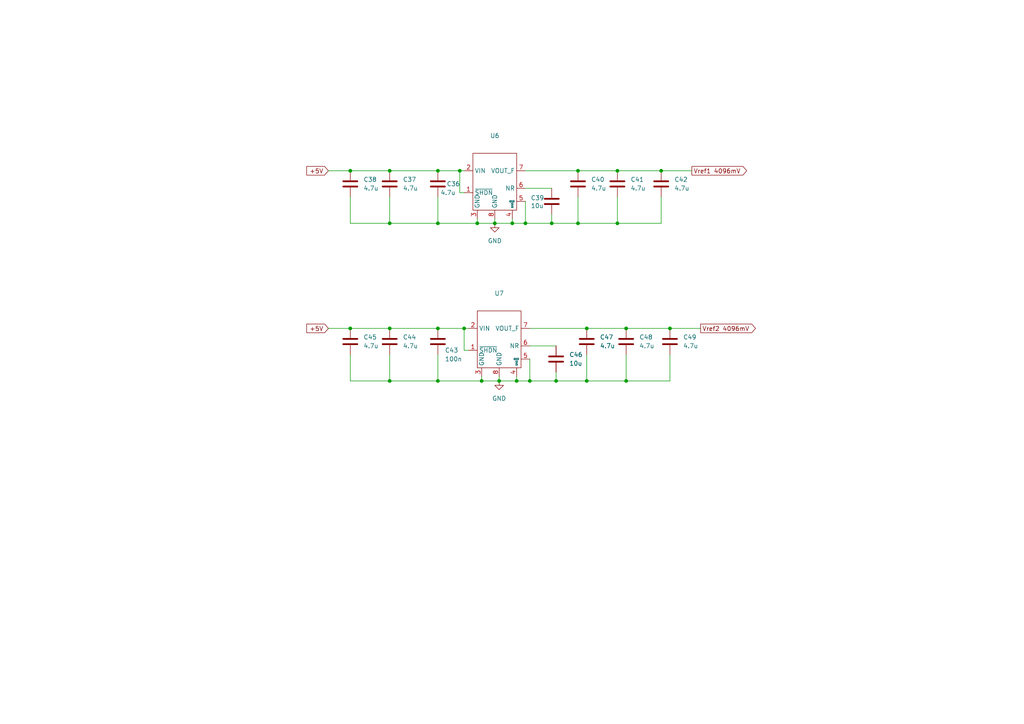
<source format=kicad_sch>
(kicad_sch
	(version 20250114)
	(generator "eeschema")
	(generator_version "9.0")
	(uuid "f896a23c-258f-4117-a7c3-277404e34939")
	(paper "A4")
	(lib_symbols
		(symbol "Device:C"
			(pin_numbers
				(hide yes)
			)
			(pin_names
				(offset 0.254)
			)
			(exclude_from_sim no)
			(in_bom yes)
			(on_board yes)
			(property "Reference" "C"
				(at 0.635 2.54 0)
				(effects
					(font
						(size 1.27 1.27)
					)
					(justify left)
				)
			)
			(property "Value" "C"
				(at 0.635 -2.54 0)
				(effects
					(font
						(size 1.27 1.27)
					)
					(justify left)
				)
			)
			(property "Footprint" ""
				(at 0.9652 -3.81 0)
				(effects
					(font
						(size 1.27 1.27)
					)
					(hide yes)
				)
			)
			(property "Datasheet" "~"
				(at 0 0 0)
				(effects
					(font
						(size 1.27 1.27)
					)
					(hide yes)
				)
			)
			(property "Description" "Unpolarized capacitor"
				(at 0 0 0)
				(effects
					(font
						(size 1.27 1.27)
					)
					(hide yes)
				)
			)
			(property "ki_keywords" "cap capacitor"
				(at 0 0 0)
				(effects
					(font
						(size 1.27 1.27)
					)
					(hide yes)
				)
			)
			(property "ki_fp_filters" "C_*"
				(at 0 0 0)
				(effects
					(font
						(size 1.27 1.27)
					)
					(hide yes)
				)
			)
			(symbol "C_0_1"
				(polyline
					(pts
						(xy -2.032 0.762) (xy 2.032 0.762)
					)
					(stroke
						(width 0.508)
						(type default)
					)
					(fill
						(type none)
					)
				)
				(polyline
					(pts
						(xy -2.032 -0.762) (xy 2.032 -0.762)
					)
					(stroke
						(width 0.508)
						(type default)
					)
					(fill
						(type none)
					)
				)
			)
			(symbol "C_1_1"
				(pin passive line
					(at 0 3.81 270)
					(length 2.794)
					(name "~"
						(effects
							(font
								(size 1.27 1.27)
							)
						)
					)
					(number "1"
						(effects
							(font
								(size 1.27 1.27)
							)
						)
					)
				)
				(pin passive line
					(at 0 -3.81 90)
					(length 2.794)
					(name "~"
						(effects
							(font
								(size 1.27 1.27)
							)
						)
					)
					(number "2"
						(effects
							(font
								(size 1.27 1.27)
							)
						)
					)
				)
			)
			(embedded_fonts no)
		)
		(symbol "LTC6655LNBHMS8-4096-01new01:LTC6655LNBHMS8-4096"
			(exclude_from_sim no)
			(in_bom yes)
			(on_board yes)
			(property "Reference" "U6"
				(at -12.7 10.16 0)
				(effects
					(font
						(size 1.27 1.27)
					)
				)
			)
			(property "Value" ""
				(at 0.635 3.175 0)
				(effects
					(font
						(size 1.27 1.27)
					)
				)
			)
			(property "Footprint" ""
				(at 0.635 3.175 0)
				(effects
					(font
						(size 1.27 1.27)
					)
					(hide yes)
				)
			)
			(property "Datasheet" ""
				(at 0.635 3.175 0)
				(effects
					(font
						(size 1.27 1.27)
					)
					(hide yes)
				)
			)
			(property "Description" ""
				(at 0.635 3.175 0)
				(effects
					(font
						(size 1.27 1.27)
					)
					(hide yes)
				)
			)
			(symbol "LTC6655LNBHMS8-4096_0_1"
				(rectangle
					(start -19.05 7.62)
					(end -6.35 -8.89)
					(stroke
						(width 0)
						(type default)
					)
					(fill
						(type none)
					)
				)
			)
			(symbol "LTC6655LNBHMS8-4096_1_1"
				(pin input line
					(at -21.59 2.54 0)
					(length 2.54)
					(name "VIN"
						(effects
							(font
								(size 1.27 1.27)
							)
						)
					)
					(number "2"
						(effects
							(font
								(size 1.27 1.27)
							)
						)
					)
				)
				(pin input line
					(at -21.59 -3.81 0)
					(length 2.54)
					(name "~{SHDN}"
						(effects
							(font
								(size 1.27 1.27)
							)
						)
					)
					(number "1"
						(effects
							(font
								(size 1.27 1.27)
							)
						)
					)
				)
				(pin passive line
					(at -17.78 -11.43 90)
					(length 2.54)
					(name "GND"
						(effects
							(font
								(size 1.27 1.27)
							)
						)
					)
					(number "3"
						(effects
							(font
								(size 1.27 1.27)
							)
						)
					)
				)
				(pin passive line
					(at -12.7 -11.43 90)
					(length 2.54)
					(name "GND"
						(effects
							(font
								(size 1.27 1.27)
							)
						)
					)
					(number "8"
						(effects
							(font
								(size 1.27 1.27)
							)
						)
					)
				)
				(pin passive line
					(at -7.62 -11.43 90)
					(length 2.54)
					(name "GND"
						(effects
							(font
								(size 0.508 0.508)
							)
						)
					)
					(number "4"
						(effects
							(font
								(size 1.27 1.27)
							)
						)
					)
				)
				(pin output line
					(at -3.81 2.54 180)
					(length 2.54)
					(name "VOUT_F"
						(effects
							(font
								(size 1.27 1.27)
							)
						)
					)
					(number "7"
						(effects
							(font
								(size 1.27 1.27)
							)
						)
					)
				)
				(pin output line
					(at -3.81 -2.54 180)
					(length 2.54)
					(name "NR"
						(effects
							(font
								(size 1.27 1.27)
							)
						)
					)
					(number "6"
						(effects
							(font
								(size 1.27 1.27)
							)
						)
					)
				)
				(pin passive line
					(at -3.81 -6.35 180)
					(length 2.54)
					(name "GND"
						(effects
							(font
								(size 0.508 0.508)
							)
						)
					)
					(number "5"
						(effects
							(font
								(size 1.27 1.27)
							)
						)
					)
				)
			)
			(embedded_fonts no)
		)
		(symbol "power:GND"
			(power)
			(pin_numbers
				(hide yes)
			)
			(pin_names
				(offset 0)
				(hide yes)
			)
			(exclude_from_sim no)
			(in_bom yes)
			(on_board yes)
			(property "Reference" "#PWR"
				(at 0 -6.35 0)
				(effects
					(font
						(size 1.27 1.27)
					)
					(hide yes)
				)
			)
			(property "Value" "GND"
				(at 0 -3.81 0)
				(effects
					(font
						(size 1.27 1.27)
					)
				)
			)
			(property "Footprint" ""
				(at 0 0 0)
				(effects
					(font
						(size 1.27 1.27)
					)
					(hide yes)
				)
			)
			(property "Datasheet" ""
				(at 0 0 0)
				(effects
					(font
						(size 1.27 1.27)
					)
					(hide yes)
				)
			)
			(property "Description" "Power symbol creates a global label with name \"GND\" , ground"
				(at 0 0 0)
				(effects
					(font
						(size 1.27 1.27)
					)
					(hide yes)
				)
			)
			(property "ki_keywords" "global power"
				(at 0 0 0)
				(effects
					(font
						(size 1.27 1.27)
					)
					(hide yes)
				)
			)
			(symbol "GND_0_1"
				(polyline
					(pts
						(xy 0 0) (xy 0 -1.27) (xy 1.27 -1.27) (xy 0 -2.54) (xy -1.27 -1.27) (xy 0 -1.27)
					)
					(stroke
						(width 0)
						(type default)
					)
					(fill
						(type none)
					)
				)
			)
			(symbol "GND_1_1"
				(pin power_in line
					(at 0 0 270)
					(length 0)
					(name "~"
						(effects
							(font
								(size 1.27 1.27)
							)
						)
					)
					(number "1"
						(effects
							(font
								(size 1.27 1.27)
							)
						)
					)
				)
			)
			(embedded_fonts no)
		)
	)
	(junction
		(at 101.6 49.53)
		(diameter 0)
		(color 0 0 0 0)
		(uuid "08888c65-9564-452b-8c41-2f4cba8459ce")
	)
	(junction
		(at 133.35 49.53)
		(diameter 0)
		(color 0 0 0 0)
		(uuid "11030ef0-661b-4cd3-91ef-eed650caeb9f")
	)
	(junction
		(at 143.51 64.77)
		(diameter 0)
		(color 0 0 0 0)
		(uuid "111e0376-b52b-4c8d-a93d-d3a943739502")
	)
	(junction
		(at 149.86 110.49)
		(diameter 0)
		(color 0 0 0 0)
		(uuid "1b1365f1-fb0a-4108-99c9-86260f1488f0")
	)
	(junction
		(at 113.03 64.77)
		(diameter 0)
		(color 0 0 0 0)
		(uuid "2d2c815b-29b4-40a4-a582-d53b427fc0d4")
	)
	(junction
		(at 181.61 95.25)
		(diameter 0)
		(color 0 0 0 0)
		(uuid "3620e445-cadd-48b8-8355-358d4a8fa50f")
	)
	(junction
		(at 179.07 64.77)
		(diameter 0)
		(color 0 0 0 0)
		(uuid "41d84434-8143-43f0-baa2-cce1c0c00d68")
	)
	(junction
		(at 194.31 95.25)
		(diameter 0)
		(color 0 0 0 0)
		(uuid "4635b3be-74b7-4046-8890-4273d240071e")
	)
	(junction
		(at 191.77 49.53)
		(diameter 0)
		(color 0 0 0 0)
		(uuid "487f564d-e26a-4b6a-87f9-173dabda917d")
	)
	(junction
		(at 139.7 110.49)
		(diameter 0)
		(color 0 0 0 0)
		(uuid "49216d1e-ec90-49a3-afad-04c47ffad3b6")
	)
	(junction
		(at 181.61 110.49)
		(diameter 0)
		(color 0 0 0 0)
		(uuid "4c56c88b-db84-4050-ba01-0b41305dd914")
	)
	(junction
		(at 113.03 95.25)
		(diameter 0)
		(color 0 0 0 0)
		(uuid "5167d44a-cb99-4e1f-8c3c-17b0558b9a74")
	)
	(junction
		(at 148.59 64.77)
		(diameter 0)
		(color 0 0 0 0)
		(uuid "61e8c4be-18bd-4205-88b6-f03fbc9ffa64")
	)
	(junction
		(at 127 64.77)
		(diameter 0)
		(color 0 0 0 0)
		(uuid "64bf5cb4-a78a-4752-b581-11aa0b508091")
	)
	(junction
		(at 170.18 95.25)
		(diameter 0)
		(color 0 0 0 0)
		(uuid "6b662b5e-8754-49ac-8b7e-e7e6b715c4a2")
	)
	(junction
		(at 179.07 49.53)
		(diameter 0)
		(color 0 0 0 0)
		(uuid "71db6a48-6cfa-4ed2-9e84-955bbee20e72")
	)
	(junction
		(at 152.4 64.77)
		(diameter 0)
		(color 0 0 0 0)
		(uuid "8154caaa-ed3e-4606-a3ce-3b38f59c8185")
	)
	(junction
		(at 101.6 95.25)
		(diameter 0)
		(color 0 0 0 0)
		(uuid "8a93c1ec-8b59-47a2-8b3f-736ec9b03085")
	)
	(junction
		(at 153.67 110.49)
		(diameter 0)
		(color 0 0 0 0)
		(uuid "924a38e7-2568-4ac4-bfd4-9f7322c2ddd0")
	)
	(junction
		(at 167.64 64.77)
		(diameter 0)
		(color 0 0 0 0)
		(uuid "a028f159-0c00-41e7-ad8d-01e3819693ab")
	)
	(junction
		(at 127 110.49)
		(diameter 0)
		(color 0 0 0 0)
		(uuid "a3cf2398-581f-441c-835f-4e0f62100719")
	)
	(junction
		(at 167.64 49.53)
		(diameter 0)
		(color 0 0 0 0)
		(uuid "b21a6bb3-9099-47bf-8ad1-ca4c9987f96b")
	)
	(junction
		(at 134.62 95.25)
		(diameter 0)
		(color 0 0 0 0)
		(uuid "ba8136c0-cb29-4919-9a30-6d231f72b2cf")
	)
	(junction
		(at 113.03 110.49)
		(diameter 0)
		(color 0 0 0 0)
		(uuid "c55ac2b3-c25f-4781-a0e1-649d3186f0c0")
	)
	(junction
		(at 170.18 110.49)
		(diameter 0)
		(color 0 0 0 0)
		(uuid "d7303f05-ec62-49cd-980e-b7c2b1f79466")
	)
	(junction
		(at 161.29 110.49)
		(diameter 0)
		(color 0 0 0 0)
		(uuid "da625476-845d-41a0-8c6a-aa5244db1d3f")
	)
	(junction
		(at 127 49.53)
		(diameter 0)
		(color 0 0 0 0)
		(uuid "db26fa56-c139-4602-b38a-d101beed22a1")
	)
	(junction
		(at 127 95.25)
		(diameter 0)
		(color 0 0 0 0)
		(uuid "e07e1af7-58b6-44a0-a905-5c959aac6eea")
	)
	(junction
		(at 160.02 64.77)
		(diameter 0)
		(color 0 0 0 0)
		(uuid "ec0ad577-dbc4-4582-b30d-dabb39503181")
	)
	(junction
		(at 144.78 110.49)
		(diameter 0)
		(color 0 0 0 0)
		(uuid "f39efde2-bf4a-4a08-b452-166041c967e7")
	)
	(junction
		(at 138.43 64.77)
		(diameter 0)
		(color 0 0 0 0)
		(uuid "f4ac30c8-fc15-43cd-90d1-f46cac3d0125")
	)
	(junction
		(at 113.03 49.53)
		(diameter 0)
		(color 0 0 0 0)
		(uuid "fb99dea0-4492-4f4c-8b66-138155a9e67f")
	)
	(wire
		(pts
			(xy 191.77 57.15) (xy 191.77 64.77)
		)
		(stroke
			(width 0)
			(type default)
		)
		(uuid "00d900a0-1b8a-490f-9122-194b2683bf11")
	)
	(wire
		(pts
			(xy 113.03 57.15) (xy 113.03 64.77)
		)
		(stroke
			(width 0)
			(type default)
		)
		(uuid "01d6faf4-e999-4703-aa1b-07756fea2f34")
	)
	(wire
		(pts
			(xy 101.6 64.77) (xy 113.03 64.77)
		)
		(stroke
			(width 0)
			(type default)
		)
		(uuid "043c3765-0019-44d4-a26a-6af348cd2bd2")
	)
	(wire
		(pts
			(xy 194.31 95.25) (xy 203.2 95.25)
		)
		(stroke
			(width 0)
			(type default)
		)
		(uuid "05ab4552-221f-4d40-b65f-2bd2a5d848ed")
	)
	(wire
		(pts
			(xy 101.6 102.87) (xy 101.6 110.49)
		)
		(stroke
			(width 0)
			(type default)
		)
		(uuid "0b8ecadc-30d9-46bb-9896-1f8e1b1872c9")
	)
	(wire
		(pts
			(xy 179.07 57.15) (xy 179.07 64.77)
		)
		(stroke
			(width 0)
			(type default)
		)
		(uuid "0ce38178-f368-42a2-b5c7-f5fbae2a8295")
	)
	(wire
		(pts
			(xy 127 95.25) (xy 134.62 95.25)
		)
		(stroke
			(width 0)
			(type default)
		)
		(uuid "16d2a834-4def-4333-9d82-08872687da30")
	)
	(wire
		(pts
			(xy 167.64 64.77) (xy 179.07 64.77)
		)
		(stroke
			(width 0)
			(type default)
		)
		(uuid "1b821150-1104-4384-bdd4-33d8d0b27908")
	)
	(wire
		(pts
			(xy 144.78 109.22) (xy 144.78 110.49)
		)
		(stroke
			(width 0)
			(type default)
		)
		(uuid "1bff4619-04dc-4800-97fa-6bfb32c3646d")
	)
	(wire
		(pts
			(xy 135.89 101.6) (xy 134.62 101.6)
		)
		(stroke
			(width 0)
			(type default)
		)
		(uuid "22e27244-9171-4ea7-86c7-2ca03f3ce353")
	)
	(wire
		(pts
			(xy 95.25 95.25) (xy 101.6 95.25)
		)
		(stroke
			(width 0)
			(type default)
		)
		(uuid "2499536b-5ead-4f50-b1c9-640d7bb2ed9f")
	)
	(wire
		(pts
			(xy 113.03 49.53) (xy 127 49.53)
		)
		(stroke
			(width 0)
			(type default)
		)
		(uuid "2634d840-23e3-4f18-b246-4f972aaf699f")
	)
	(wire
		(pts
			(xy 153.67 100.33) (xy 161.29 100.33)
		)
		(stroke
			(width 0)
			(type default)
		)
		(uuid "2c9071c6-1108-4770-bbac-984fa168683a")
	)
	(wire
		(pts
			(xy 101.6 95.25) (xy 113.03 95.25)
		)
		(stroke
			(width 0)
			(type default)
		)
		(uuid "325fdcb8-916c-4818-b462-0b1533f6d35a")
	)
	(wire
		(pts
			(xy 161.29 110.49) (xy 170.18 110.49)
		)
		(stroke
			(width 0)
			(type default)
		)
		(uuid "3ce042b6-f820-42df-a213-e26245842ee3")
	)
	(wire
		(pts
			(xy 138.43 63.5) (xy 138.43 64.77)
		)
		(stroke
			(width 0)
			(type default)
		)
		(uuid "3f962b1f-610f-49d2-b4f4-e1946c086883")
	)
	(wire
		(pts
			(xy 153.67 104.14) (xy 153.67 110.49)
		)
		(stroke
			(width 0)
			(type default)
		)
		(uuid "3facc26a-5ea1-4081-8ede-f4d03a5a738d")
	)
	(wire
		(pts
			(xy 134.62 55.88) (xy 133.35 55.88)
		)
		(stroke
			(width 0)
			(type default)
		)
		(uuid "497fb4e4-5887-449a-8739-936840fda880")
	)
	(wire
		(pts
			(xy 127 57.15) (xy 127 64.77)
		)
		(stroke
			(width 0)
			(type default)
		)
		(uuid "498cad81-cf58-4353-b275-7876fb0ba077")
	)
	(wire
		(pts
			(xy 160.02 64.77) (xy 167.64 64.77)
		)
		(stroke
			(width 0)
			(type default)
		)
		(uuid "4ef7f2a0-add9-4ff6-94c8-b237ba97c84e")
	)
	(wire
		(pts
			(xy 181.61 95.25) (xy 194.31 95.25)
		)
		(stroke
			(width 0)
			(type default)
		)
		(uuid "5678f307-423e-43bd-9a11-1d902801eec7")
	)
	(wire
		(pts
			(xy 101.6 57.15) (xy 101.6 64.77)
		)
		(stroke
			(width 0)
			(type default)
		)
		(uuid "582e3f5e-adc8-4fb3-933b-c338512bcf8b")
	)
	(wire
		(pts
			(xy 134.62 95.25) (xy 135.89 95.25)
		)
		(stroke
			(width 0)
			(type default)
		)
		(uuid "62d099b2-8bdd-427a-908e-03df08e9e827")
	)
	(wire
		(pts
			(xy 160.02 62.23) (xy 160.02 64.77)
		)
		(stroke
			(width 0)
			(type default)
		)
		(uuid "63982733-5576-4544-b831-c74d07b7cc3b")
	)
	(wire
		(pts
			(xy 148.59 64.77) (xy 143.51 64.77)
		)
		(stroke
			(width 0)
			(type default)
		)
		(uuid "66468ff0-cc63-4b88-ad9c-1011b5b8dbc6")
	)
	(wire
		(pts
			(xy 143.51 63.5) (xy 143.51 64.77)
		)
		(stroke
			(width 0)
			(type default)
		)
		(uuid "67acf1e1-103a-48bc-af8f-fde489e62cb0")
	)
	(wire
		(pts
			(xy 167.64 49.53) (xy 179.07 49.53)
		)
		(stroke
			(width 0)
			(type default)
		)
		(uuid "6d0450b3-9a12-4121-959f-b42dbb189789")
	)
	(wire
		(pts
			(xy 167.64 57.15) (xy 167.64 64.77)
		)
		(stroke
			(width 0)
			(type default)
		)
		(uuid "6f91b49f-a961-47d1-8c1e-76eb0ecc6de7")
	)
	(wire
		(pts
			(xy 133.35 49.53) (xy 134.62 49.53)
		)
		(stroke
			(width 0)
			(type default)
		)
		(uuid "705696d4-453c-4ccb-b443-8971feaa2113")
	)
	(wire
		(pts
			(xy 152.4 49.53) (xy 167.64 49.53)
		)
		(stroke
			(width 0)
			(type default)
		)
		(uuid "772e0f21-fd40-4314-9c99-d9b3b25b6f88")
	)
	(wire
		(pts
			(xy 127 102.87) (xy 127 110.49)
		)
		(stroke
			(width 0)
			(type default)
		)
		(uuid "7887f0a9-4772-4b29-abc9-e922adc57fc2")
	)
	(wire
		(pts
			(xy 170.18 110.49) (xy 181.61 110.49)
		)
		(stroke
			(width 0)
			(type default)
		)
		(uuid "7f609dbc-7d15-44f8-91da-1d9f5470cff0")
	)
	(wire
		(pts
			(xy 139.7 110.49) (xy 144.78 110.49)
		)
		(stroke
			(width 0)
			(type default)
		)
		(uuid "8219ffcc-d989-4586-9d66-e04f680719b8")
	)
	(wire
		(pts
			(xy 191.77 49.53) (xy 200.66 49.53)
		)
		(stroke
			(width 0)
			(type default)
		)
		(uuid "8c393c17-586c-417a-b0c4-aa34c14f4f41")
	)
	(wire
		(pts
			(xy 139.7 109.22) (xy 139.7 110.49)
		)
		(stroke
			(width 0)
			(type default)
		)
		(uuid "8d8018b0-29b0-4ea7-bf48-7a956550ed69")
	)
	(wire
		(pts
			(xy 95.25 49.53) (xy 101.6 49.53)
		)
		(stroke
			(width 0)
			(type default)
		)
		(uuid "8f7bce08-f377-4391-9e44-d25a1897c13b")
	)
	(wire
		(pts
			(xy 113.03 110.49) (xy 127 110.49)
		)
		(stroke
			(width 0)
			(type default)
		)
		(uuid "93431ca2-8f2a-4b63-b4f5-ff9337510469")
	)
	(wire
		(pts
			(xy 152.4 64.77) (xy 160.02 64.77)
		)
		(stroke
			(width 0)
			(type default)
		)
		(uuid "97ff13d7-d9f8-452e-8d43-b083eb46da47")
	)
	(wire
		(pts
			(xy 113.03 102.87) (xy 113.03 110.49)
		)
		(stroke
			(width 0)
			(type default)
		)
		(uuid "a14ffb4a-64e5-4088-a273-5f000a99e87f")
	)
	(wire
		(pts
			(xy 127 49.53) (xy 133.35 49.53)
		)
		(stroke
			(width 0)
			(type default)
		)
		(uuid "a1739a52-6add-4a1b-8fa3-3022ae2522fb")
	)
	(wire
		(pts
			(xy 153.67 95.25) (xy 170.18 95.25)
		)
		(stroke
			(width 0)
			(type default)
		)
		(uuid "a678be16-4103-499b-adbc-042a2ae5286f")
	)
	(wire
		(pts
			(xy 148.59 63.5) (xy 148.59 64.77)
		)
		(stroke
			(width 0)
			(type default)
		)
		(uuid "ab4af062-8c66-4f31-b963-64d2a7ab4ed5")
	)
	(wire
		(pts
			(xy 170.18 102.87) (xy 170.18 110.49)
		)
		(stroke
			(width 0)
			(type default)
		)
		(uuid "acf25d89-0641-4f88-ac45-e713db6bb6a9")
	)
	(wire
		(pts
			(xy 148.59 64.77) (xy 152.4 64.77)
		)
		(stroke
			(width 0)
			(type default)
		)
		(uuid "afb34d7d-7d6d-46c8-a751-ed7b94242c59")
	)
	(wire
		(pts
			(xy 152.4 58.42) (xy 152.4 64.77)
		)
		(stroke
			(width 0)
			(type default)
		)
		(uuid "b056f390-0f0c-4f3a-83e0-c1ca75ee870d")
	)
	(wire
		(pts
			(xy 144.78 110.49) (xy 149.86 110.49)
		)
		(stroke
			(width 0)
			(type default)
		)
		(uuid "b1970cac-0d48-4ff3-b2b9-6b1d065e7a21")
	)
	(wire
		(pts
			(xy 101.6 110.49) (xy 113.03 110.49)
		)
		(stroke
			(width 0)
			(type default)
		)
		(uuid "bac1a8f5-86c5-4a60-a48a-bfa1ab478f8b")
	)
	(wire
		(pts
			(xy 179.07 64.77) (xy 191.77 64.77)
		)
		(stroke
			(width 0)
			(type default)
		)
		(uuid "be58f5b8-3e9b-4da8-92eb-dc76d3b0858f")
	)
	(wire
		(pts
			(xy 153.67 110.49) (xy 161.29 110.49)
		)
		(stroke
			(width 0)
			(type default)
		)
		(uuid "bf5d168d-340f-44e4-8fa7-c79241025a8d")
	)
	(wire
		(pts
			(xy 133.35 49.53) (xy 133.35 55.88)
		)
		(stroke
			(width 0)
			(type default)
		)
		(uuid "c2240b89-4195-4b80-9f3a-4a564e7ef3c0")
	)
	(wire
		(pts
			(xy 101.6 49.53) (xy 113.03 49.53)
		)
		(stroke
			(width 0)
			(type default)
		)
		(uuid "c3350453-43b5-49b0-a1b8-b9d4e38fb97a")
	)
	(wire
		(pts
			(xy 170.18 95.25) (xy 181.61 95.25)
		)
		(stroke
			(width 0)
			(type default)
		)
		(uuid "c6be1fc6-36aa-4bfb-9b77-6ba0daeb6041")
	)
	(wire
		(pts
			(xy 194.31 102.87) (xy 194.31 110.49)
		)
		(stroke
			(width 0)
			(type default)
		)
		(uuid "ca4d57ae-4365-4c5f-b3ae-aaf05a763fb4")
	)
	(wire
		(pts
			(xy 127 64.77) (xy 138.43 64.77)
		)
		(stroke
			(width 0)
			(type default)
		)
		(uuid "ca505f16-f461-4965-a957-4988b1f865d1")
	)
	(wire
		(pts
			(xy 161.29 107.95) (xy 161.29 110.49)
		)
		(stroke
			(width 0)
			(type default)
		)
		(uuid "cdd408bc-905c-42b6-8a64-01a582b91025")
	)
	(wire
		(pts
			(xy 113.03 64.77) (xy 127 64.77)
		)
		(stroke
			(width 0)
			(type default)
		)
		(uuid "d3a21c8b-5f56-4d9f-ad27-8fcdf34f7334")
	)
	(wire
		(pts
			(xy 152.4 54.61) (xy 160.02 54.61)
		)
		(stroke
			(width 0)
			(type default)
		)
		(uuid "d59ac9f1-8b93-487b-a3a8-126c2be4cc35")
	)
	(wire
		(pts
			(xy 127 110.49) (xy 139.7 110.49)
		)
		(stroke
			(width 0)
			(type default)
		)
		(uuid "d731cd78-4972-4f44-8ada-36a3525d35cf")
	)
	(wire
		(pts
			(xy 138.43 64.77) (xy 143.51 64.77)
		)
		(stroke
			(width 0)
			(type default)
		)
		(uuid "dccc6810-f1d0-4162-beda-ff081c0d52d0")
	)
	(wire
		(pts
			(xy 181.61 110.49) (xy 194.31 110.49)
		)
		(stroke
			(width 0)
			(type default)
		)
		(uuid "e3bea297-a7c2-48f5-aaf6-340fccd873e7")
	)
	(wire
		(pts
			(xy 113.03 95.25) (xy 127 95.25)
		)
		(stroke
			(width 0)
			(type default)
		)
		(uuid "e9bb3550-8b0b-4850-912a-9abf49b0e5d6")
	)
	(wire
		(pts
			(xy 149.86 109.22) (xy 149.86 110.49)
		)
		(stroke
			(width 0)
			(type default)
		)
		(uuid "eed564b1-4987-440e-97ad-0a60f27874ac")
	)
	(wire
		(pts
			(xy 149.86 110.49) (xy 153.67 110.49)
		)
		(stroke
			(width 0)
			(type default)
		)
		(uuid "f2cc1b93-eb23-46ba-bdb9-690057453c4b")
	)
	(wire
		(pts
			(xy 179.07 49.53) (xy 191.77 49.53)
		)
		(stroke
			(width 0)
			(type default)
		)
		(uuid "f6c01b9d-4c07-449d-8db2-2e569bbaa15a")
	)
	(wire
		(pts
			(xy 181.61 102.87) (xy 181.61 110.49)
		)
		(stroke
			(width 0)
			(type default)
		)
		(uuid "fa79552a-8bdf-490d-addd-863f597b7103")
	)
	(wire
		(pts
			(xy 134.62 95.25) (xy 134.62 101.6)
		)
		(stroke
			(width 0)
			(type default)
		)
		(uuid "fc23d5e5-8db4-46a9-b8a0-dfe6e1e75458")
	)
	(global_label "+5V"
		(shape input)
		(at 95.25 49.53 180)
		(fields_autoplaced yes)
		(effects
			(font
				(size 1.27 1.27)
			)
			(justify right)
		)
		(uuid "043563b3-457f-40c9-b52a-2172f648d4be")
		(property "Intersheetrefs" "${INTERSHEET_REFS}"
			(at 88.3943 49.53 0)
			(effects
				(font
					(size 1.27 1.27)
				)
				(justify right)
				(hide yes)
			)
		)
	)
	(global_label "Vref1 4096mV"
		(shape output)
		(at 200.66 49.53 0)
		(fields_autoplaced yes)
		(effects
			(font
				(size 1.27 1.27)
			)
			(justify left)
		)
		(uuid "27ae8866-e4b4-4aa1-bcdc-a6234283c0ee")
		(property "Intersheetrefs" "${INTERSHEET_REFS}"
			(at 217.1313 49.53 0)
			(effects
				(font
					(size 1.27 1.27)
				)
				(justify left)
				(hide yes)
			)
		)
	)
	(global_label "Vref2 4096mV"
		(shape output)
		(at 203.2 95.25 0)
		(fields_autoplaced yes)
		(effects
			(font
				(size 1.27 1.27)
			)
			(justify left)
		)
		(uuid "379cc3d5-40c9-4e35-aef1-fed4b9e9983d")
		(property "Intersheetrefs" "${INTERSHEET_REFS}"
			(at 219.6713 95.25 0)
			(effects
				(font
					(size 1.27 1.27)
				)
				(justify left)
				(hide yes)
			)
		)
	)
	(global_label "+5V"
		(shape input)
		(at 95.25 95.25 180)
		(fields_autoplaced yes)
		(effects
			(font
				(size 1.27 1.27)
			)
			(justify right)
		)
		(uuid "af0a420a-af77-4041-be27-c0c2eae20991")
		(property "Intersheetrefs" "${INTERSHEET_REFS}"
			(at 88.3943 95.25 0)
			(effects
				(font
					(size 1.27 1.27)
				)
				(justify right)
				(hide yes)
			)
		)
	)
	(symbol
		(lib_id "Device:C")
		(at 101.6 53.34 0)
		(unit 1)
		(exclude_from_sim no)
		(in_bom yes)
		(on_board yes)
		(dnp no)
		(uuid "061b4fcf-1b06-41a5-8d6f-9cf93db834d1")
		(property "Reference" "C38"
			(at 105.41 52.07 0)
			(effects
				(font
					(size 1.27 1.27)
				)
				(justify left)
			)
		)
		(property "Value" "4.7u"
			(at 105.41 54.6099 0)
			(effects
				(font
					(size 1.27 1.27)
				)
				(justify left)
			)
		)
		(property "Footprint" "Capacitor_SMD:C_0603_1608Metric_Pad1.08x0.95mm_HandSolder"
			(at 102.5652 57.15 0)
			(effects
				(font
					(size 1.27 1.27)
				)
				(hide yes)
			)
		)
		(property "Datasheet" "~"
			(at 101.6 53.34 0)
			(effects
				(font
					(size 1.27 1.27)
				)
				(hide yes)
			)
		)
		(property "Description" "Unpolarized capacitor"
			(at 101.6 53.34 0)
			(effects
				(font
					(size 1.27 1.27)
				)
				(hide yes)
			)
		)
		(pin "2"
			(uuid "5be7686a-91e7-4536-8c12-2f6b5471f035")
		)
		(pin "1"
			(uuid "a1806c51-8d22-4fe3-a64c-d2cf94d00f92")
		)
		(instances
			(project "ProjectSeminar_2025"
				(path "/66a014d4-9adf-4c26-abdd-4cb499698c0e/9b3ab43d-5e96-4450-bc4b-0bd0eced8bc6"
					(reference "C38")
					(unit 1)
				)
			)
		)
	)
	(symbol
		(lib_id "Device:C")
		(at 170.18 99.06 0)
		(unit 1)
		(exclude_from_sim no)
		(in_bom yes)
		(on_board yes)
		(dnp no)
		(fields_autoplaced yes)
		(uuid "15584497-fc0e-48c9-a025-112c74e9f115")
		(property "Reference" "C47"
			(at 173.99 97.7899 0)
			(effects
				(font
					(size 1.27 1.27)
				)
				(justify left)
			)
		)
		(property "Value" "4.7u"
			(at 173.99 100.3299 0)
			(effects
				(font
					(size 1.27 1.27)
				)
				(justify left)
			)
		)
		(property "Footprint" "Capacitor_SMD:C_0603_1608Metric_Pad1.08x0.95mm_HandSolder"
			(at 171.1452 102.87 0)
			(effects
				(font
					(size 1.27 1.27)
				)
				(hide yes)
			)
		)
		(property "Datasheet" "~"
			(at 170.18 99.06 0)
			(effects
				(font
					(size 1.27 1.27)
				)
				(hide yes)
			)
		)
		(property "Description" "Unpolarized capacitor"
			(at 170.18 99.06 0)
			(effects
				(font
					(size 1.27 1.27)
				)
				(hide yes)
			)
		)
		(pin "2"
			(uuid "5efeba97-110e-4dd7-9553-7a25ae9100f0")
		)
		(pin "1"
			(uuid "02d79bbd-f863-4bc5-be8c-777afcedadb2")
		)
		(instances
			(project "ProjectSeminar_2025"
				(path "/66a014d4-9adf-4c26-abdd-4cb499698c0e/9b3ab43d-5e96-4450-bc4b-0bd0eced8bc6"
					(reference "C47")
					(unit 1)
				)
			)
		)
	)
	(symbol
		(lib_id "Device:C")
		(at 127 99.06 0)
		(unit 1)
		(exclude_from_sim no)
		(in_bom yes)
		(on_board yes)
		(dnp no)
		(uuid "232eb88b-09a8-472b-a41c-3b9cd3550581")
		(property "Reference" "C43"
			(at 129.032 101.6 0)
			(effects
				(font
					(size 1.27 1.27)
				)
				(justify left)
			)
		)
		(property "Value" "100n"
			(at 129.032 104.14 0)
			(effects
				(font
					(size 1.27 1.27)
				)
				(justify left)
			)
		)
		(property "Footprint" "Capacitor_SMD:C_0603_1608Metric_Pad1.08x0.95mm_HandSolder"
			(at 127.9652 102.87 0)
			(effects
				(font
					(size 1.27 1.27)
				)
				(hide yes)
			)
		)
		(property "Datasheet" "~"
			(at 127 99.06 0)
			(effects
				(font
					(size 1.27 1.27)
				)
				(hide yes)
			)
		)
		(property "Description" "Unpolarized capacitor"
			(at 127 99.06 0)
			(effects
				(font
					(size 1.27 1.27)
				)
				(hide yes)
			)
		)
		(pin "2"
			(uuid "d39854b0-086f-407d-ae56-eee069f17916")
		)
		(pin "1"
			(uuid "7eb1be49-ee4c-4712-a4ec-652fa510ce87")
		)
		(instances
			(project "ProjectSeminar_2025"
				(path "/66a014d4-9adf-4c26-abdd-4cb499698c0e/9b3ab43d-5e96-4450-bc4b-0bd0eced8bc6"
					(reference "C43")
					(unit 1)
				)
			)
		)
	)
	(symbol
		(lib_id "Device:C")
		(at 160.02 58.42 0)
		(unit 1)
		(exclude_from_sim no)
		(in_bom yes)
		(on_board yes)
		(dnp no)
		(uuid "368e45fe-d224-4a04-ae09-27d0c594bbf7")
		(property "Reference" "C39"
			(at 153.924 57.404 0)
			(effects
				(font
					(size 1.27 1.27)
				)
				(justify left)
			)
		)
		(property "Value" "10u"
			(at 153.924 59.69 0)
			(effects
				(font
					(size 1.27 1.27)
				)
				(justify left)
			)
		)
		(property "Footprint" "Capacitor_SMD:C_0603_1608Metric_Pad1.08x0.95mm_HandSolder"
			(at 160.9852 62.23 0)
			(effects
				(font
					(size 1.27 1.27)
				)
				(hide yes)
			)
		)
		(property "Datasheet" "~"
			(at 160.02 58.42 0)
			(effects
				(font
					(size 1.27 1.27)
				)
				(hide yes)
			)
		)
		(property "Description" "Unpolarized capacitor"
			(at 160.02 58.42 0)
			(effects
				(font
					(size 1.27 1.27)
				)
				(hide yes)
			)
		)
		(pin "2"
			(uuid "d8b14179-64ab-4646-81ff-1ee92571cf21")
		)
		(pin "1"
			(uuid "6e008bbf-8f4b-43f4-bc37-ac022a36564e")
		)
		(instances
			(project "ProjectSeminar_2025"
				(path "/66a014d4-9adf-4c26-abdd-4cb499698c0e/9b3ab43d-5e96-4450-bc4b-0bd0eced8bc6"
					(reference "C39")
					(unit 1)
				)
			)
		)
	)
	(symbol
		(lib_id "LTC6655LNBHMS8-4096-01new01:LTC6655LNBHMS8-4096")
		(at 157.48 97.79 0)
		(unit 1)
		(exclude_from_sim no)
		(in_bom yes)
		(on_board yes)
		(dnp no)
		(fields_autoplaced yes)
		(uuid "3f08dde0-c342-45e8-a914-959a08baca2f")
		(property "Reference" "U7"
			(at 144.78 85.09 0)
			(effects
				(font
					(size 1.27 1.27)
				)
			)
		)
		(property "Value" "~"
			(at 144.78 87.63 0)
			(effects
				(font
					(size 1.27 1.27)
				)
				(hide yes)
			)
		)
		(property "Footprint" "LTC6655LNBHMS8:LTC6655LNBHMS8"
			(at 158.115 94.615 0)
			(effects
				(font
					(size 1.27 1.27)
				)
				(hide yes)
			)
		)
		(property "Datasheet" ""
			(at 158.115 94.615 0)
			(effects
				(font
					(size 1.27 1.27)
				)
				(hide yes)
			)
		)
		(property "Description" ""
			(at 158.115 94.615 0)
			(effects
				(font
					(size 1.27 1.27)
				)
				(hide yes)
			)
		)
		(pin "4"
			(uuid "d4a0364d-c3c4-4347-b980-c893fc4a6123")
		)
		(pin "7"
			(uuid "10cca678-b58d-42e3-a700-ef3fec019d31")
		)
		(pin "8"
			(uuid "5b3857ed-103b-49fc-b173-132a7e20de89")
		)
		(pin "2"
			(uuid "2d273e5f-9c7d-42d2-86d8-ea32230f0830")
		)
		(pin "1"
			(uuid "3bbfbc7f-f2c5-4421-a3a9-67c8c8347cad")
		)
		(pin "3"
			(uuid "28f1bd47-fb51-4b25-bd2a-a8ed7663eb92")
		)
		(pin "5"
			(uuid "f2faafa8-64e7-4bf8-8adf-fc40c0467c66")
		)
		(pin "6"
			(uuid "43f289be-1256-42f4-a1e5-c09b53a2030a")
		)
		(instances
			(project ""
				(path "/66a014d4-9adf-4c26-abdd-4cb499698c0e/9b3ab43d-5e96-4450-bc4b-0bd0eced8bc6"
					(reference "U7")
					(unit 1)
				)
			)
		)
	)
	(symbol
		(lib_id "Device:C")
		(at 101.6 99.06 0)
		(unit 1)
		(exclude_from_sim no)
		(in_bom yes)
		(on_board yes)
		(dnp no)
		(fields_autoplaced yes)
		(uuid "453194ca-9f26-4568-b8e4-a64b01321ca3")
		(property "Reference" "C45"
			(at 105.41 97.7899 0)
			(effects
				(font
					(size 1.27 1.27)
				)
				(justify left)
			)
		)
		(property "Value" "4.7u"
			(at 105.41 100.3299 0)
			(effects
				(font
					(size 1.27 1.27)
				)
				(justify left)
			)
		)
		(property "Footprint" "Capacitor_SMD:C_0603_1608Metric_Pad1.08x0.95mm_HandSolder"
			(at 102.5652 102.87 0)
			(effects
				(font
					(size 1.27 1.27)
				)
				(hide yes)
			)
		)
		(property "Datasheet" "~"
			(at 101.6 99.06 0)
			(effects
				(font
					(size 1.27 1.27)
				)
				(hide yes)
			)
		)
		(property "Description" "Unpolarized capacitor"
			(at 101.6 99.06 0)
			(effects
				(font
					(size 1.27 1.27)
				)
				(hide yes)
			)
		)
		(pin "2"
			(uuid "b59c62e5-97d0-4590-ae53-500cd7b26835")
		)
		(pin "1"
			(uuid "0e3936a9-8079-4c64-86c9-68f322c2d924")
		)
		(instances
			(project "ProjectSeminar_2025"
				(path "/66a014d4-9adf-4c26-abdd-4cb499698c0e/9b3ab43d-5e96-4450-bc4b-0bd0eced8bc6"
					(reference "C45")
					(unit 1)
				)
			)
		)
	)
	(symbol
		(lib_id "Device:C")
		(at 181.61 99.06 0)
		(unit 1)
		(exclude_from_sim no)
		(in_bom yes)
		(on_board yes)
		(dnp no)
		(fields_autoplaced yes)
		(uuid "5e7a5c74-6d68-404f-8a87-2cc5d9d4e102")
		(property "Reference" "C48"
			(at 185.42 97.7899 0)
			(effects
				(font
					(size 1.27 1.27)
				)
				(justify left)
			)
		)
		(property "Value" "4.7u"
			(at 185.42 100.3299 0)
			(effects
				(font
					(size 1.27 1.27)
				)
				(justify left)
			)
		)
		(property "Footprint" "Capacitor_SMD:C_0603_1608Metric_Pad1.08x0.95mm_HandSolder"
			(at 182.5752 102.87 0)
			(effects
				(font
					(size 1.27 1.27)
				)
				(hide yes)
			)
		)
		(property "Datasheet" "~"
			(at 181.61 99.06 0)
			(effects
				(font
					(size 1.27 1.27)
				)
				(hide yes)
			)
		)
		(property "Description" "Unpolarized capacitor"
			(at 181.61 99.06 0)
			(effects
				(font
					(size 1.27 1.27)
				)
				(hide yes)
			)
		)
		(pin "2"
			(uuid "00070030-1121-47f8-ae1a-17546efc7d4f")
		)
		(pin "1"
			(uuid "c640eba6-155b-45c8-a323-ea776aea20f8")
		)
		(instances
			(project "ProjectSeminar_2025"
				(path "/66a014d4-9adf-4c26-abdd-4cb499698c0e/9b3ab43d-5e96-4450-bc4b-0bd0eced8bc6"
					(reference "C48")
					(unit 1)
				)
			)
		)
	)
	(symbol
		(lib_id "Device:C")
		(at 191.77 53.34 0)
		(unit 1)
		(exclude_from_sim no)
		(in_bom yes)
		(on_board yes)
		(dnp no)
		(fields_autoplaced yes)
		(uuid "6e05c659-9912-43d9-9b07-634c556bd2be")
		(property "Reference" "C42"
			(at 195.58 52.0699 0)
			(effects
				(font
					(size 1.27 1.27)
				)
				(justify left)
			)
		)
		(property "Value" "4.7u"
			(at 195.58 54.6099 0)
			(effects
				(font
					(size 1.27 1.27)
				)
				(justify left)
			)
		)
		(property "Footprint" "Capacitor_SMD:C_0603_1608Metric_Pad1.08x0.95mm_HandSolder"
			(at 192.7352 57.15 0)
			(effects
				(font
					(size 1.27 1.27)
				)
				(hide yes)
			)
		)
		(property "Datasheet" "~"
			(at 191.77 53.34 0)
			(effects
				(font
					(size 1.27 1.27)
				)
				(hide yes)
			)
		)
		(property "Description" "Unpolarized capacitor"
			(at 191.77 53.34 0)
			(effects
				(font
					(size 1.27 1.27)
				)
				(hide yes)
			)
		)
		(pin "2"
			(uuid "797b1c74-7335-4bbe-9e77-c40d04b3b7fc")
		)
		(pin "1"
			(uuid "cb1f188e-ecf0-4334-97d1-c043fb87c00a")
		)
		(instances
			(project "ProjectSeminar_2025"
				(path "/66a014d4-9adf-4c26-abdd-4cb499698c0e/9b3ab43d-5e96-4450-bc4b-0bd0eced8bc6"
					(reference "C42")
					(unit 1)
				)
			)
		)
	)
	(symbol
		(lib_id "power:GND")
		(at 143.51 64.77 0)
		(unit 1)
		(exclude_from_sim no)
		(in_bom yes)
		(on_board yes)
		(dnp no)
		(fields_autoplaced yes)
		(uuid "7b2889bd-52cb-41bf-b17c-753dea56b2b4")
		(property "Reference" "#PWR3"
			(at 143.51 71.12 0)
			(effects
				(font
					(size 1.27 1.27)
				)
				(hide yes)
			)
		)
		(property "Value" "GND"
			(at 143.51 69.85 0)
			(effects
				(font
					(size 1.27 1.27)
				)
			)
		)
		(property "Footprint" ""
			(at 143.51 64.77 0)
			(effects
				(font
					(size 1.27 1.27)
				)
				(hide yes)
			)
		)
		(property "Datasheet" ""
			(at 143.51 64.77 0)
			(effects
				(font
					(size 1.27 1.27)
				)
				(hide yes)
			)
		)
		(property "Description" "Power symbol creates a global label with name \"GND\" , ground"
			(at 143.51 64.77 0)
			(effects
				(font
					(size 1.27 1.27)
				)
				(hide yes)
			)
		)
		(pin "1"
			(uuid "6e459ea1-86d5-423e-87cf-8e006a4c1947")
		)
		(instances
			(project ""
				(path "/66a014d4-9adf-4c26-abdd-4cb499698c0e/9b3ab43d-5e96-4450-bc4b-0bd0eced8bc6"
					(reference "#PWR3")
					(unit 1)
				)
			)
		)
	)
	(symbol
		(lib_id "Device:C")
		(at 179.07 53.34 0)
		(unit 1)
		(exclude_from_sim no)
		(in_bom yes)
		(on_board yes)
		(dnp no)
		(fields_autoplaced yes)
		(uuid "80a7e2ac-250c-4666-af07-0c488a56e32b")
		(property "Reference" "C41"
			(at 182.88 52.0699 0)
			(effects
				(font
					(size 1.27 1.27)
				)
				(justify left)
			)
		)
		(property "Value" "4.7u"
			(at 182.88 54.6099 0)
			(effects
				(font
					(size 1.27 1.27)
				)
				(justify left)
			)
		)
		(property "Footprint" "Capacitor_SMD:C_0603_1608Metric_Pad1.08x0.95mm_HandSolder"
			(at 180.0352 57.15 0)
			(effects
				(font
					(size 1.27 1.27)
				)
				(hide yes)
			)
		)
		(property "Datasheet" "~"
			(at 179.07 53.34 0)
			(effects
				(font
					(size 1.27 1.27)
				)
				(hide yes)
			)
		)
		(property "Description" "Unpolarized capacitor"
			(at 179.07 53.34 0)
			(effects
				(font
					(size 1.27 1.27)
				)
				(hide yes)
			)
		)
		(pin "2"
			(uuid "2e77eddb-a154-4e04-b954-aec683e92b67")
		)
		(pin "1"
			(uuid "14c811a8-9845-4c43-a924-01cd3a35afe3")
		)
		(instances
			(project "ProjectSeminar_2025"
				(path "/66a014d4-9adf-4c26-abdd-4cb499698c0e/9b3ab43d-5e96-4450-bc4b-0bd0eced8bc6"
					(reference "C41")
					(unit 1)
				)
			)
		)
	)
	(symbol
		(lib_id "Device:C")
		(at 113.03 99.06 0)
		(unit 1)
		(exclude_from_sim no)
		(in_bom yes)
		(on_board yes)
		(dnp no)
		(fields_autoplaced yes)
		(uuid "9b576e1b-ebae-4b86-a2de-9dd4611fc566")
		(property "Reference" "C44"
			(at 116.84 97.7899 0)
			(effects
				(font
					(size 1.27 1.27)
				)
				(justify left)
			)
		)
		(property "Value" "4.7u"
			(at 116.84 100.3299 0)
			(effects
				(font
					(size 1.27 1.27)
				)
				(justify left)
			)
		)
		(property "Footprint" "Capacitor_SMD:C_0603_1608Metric_Pad1.08x0.95mm_HandSolder"
			(at 113.9952 102.87 0)
			(effects
				(font
					(size 1.27 1.27)
				)
				(hide yes)
			)
		)
		(property "Datasheet" "~"
			(at 113.03 99.06 0)
			(effects
				(font
					(size 1.27 1.27)
				)
				(hide yes)
			)
		)
		(property "Description" "Unpolarized capacitor"
			(at 113.03 99.06 0)
			(effects
				(font
					(size 1.27 1.27)
				)
				(hide yes)
			)
		)
		(pin "2"
			(uuid "df0477ae-bdf2-4a31-b0e2-3af4669764f3")
		)
		(pin "1"
			(uuid "5deee054-fbb1-474f-821c-024bbe005c48")
		)
		(instances
			(project "ProjectSeminar_2025"
				(path "/66a014d4-9adf-4c26-abdd-4cb499698c0e/9b3ab43d-5e96-4450-bc4b-0bd0eced8bc6"
					(reference "C44")
					(unit 1)
				)
			)
		)
	)
	(symbol
		(lib_id "power:GND")
		(at 144.78 110.49 0)
		(unit 1)
		(exclude_from_sim no)
		(in_bom yes)
		(on_board yes)
		(dnp no)
		(fields_autoplaced yes)
		(uuid "a461cd84-4d41-4ffe-928e-00c9b669bceb")
		(property "Reference" "#PWR4"
			(at 144.78 116.84 0)
			(effects
				(font
					(size 1.27 1.27)
				)
				(hide yes)
			)
		)
		(property "Value" "GND"
			(at 144.78 115.57 0)
			(effects
				(font
					(size 1.27 1.27)
				)
			)
		)
		(property "Footprint" ""
			(at 144.78 110.49 0)
			(effects
				(font
					(size 1.27 1.27)
				)
				(hide yes)
			)
		)
		(property "Datasheet" ""
			(at 144.78 110.49 0)
			(effects
				(font
					(size 1.27 1.27)
				)
				(hide yes)
			)
		)
		(property "Description" "Power symbol creates a global label with name \"GND\" , ground"
			(at 144.78 110.49 0)
			(effects
				(font
					(size 1.27 1.27)
				)
				(hide yes)
			)
		)
		(pin "1"
			(uuid "ee46b9f2-8293-4d98-af14-17f373bf9fbe")
		)
		(instances
			(project ""
				(path "/66a014d4-9adf-4c26-abdd-4cb499698c0e/9b3ab43d-5e96-4450-bc4b-0bd0eced8bc6"
					(reference "#PWR4")
					(unit 1)
				)
			)
		)
	)
	(symbol
		(lib_id "Device:C")
		(at 113.03 53.34 0)
		(unit 1)
		(exclude_from_sim no)
		(in_bom yes)
		(on_board yes)
		(dnp no)
		(fields_autoplaced yes)
		(uuid "c860e3cc-7674-4880-893f-e8536fc74dcf")
		(property "Reference" "C37"
			(at 116.84 52.0699 0)
			(effects
				(font
					(size 1.27 1.27)
				)
				(justify left)
			)
		)
		(property "Value" "4.7u"
			(at 116.84 54.6099 0)
			(effects
				(font
					(size 1.27 1.27)
				)
				(justify left)
			)
		)
		(property "Footprint" "Capacitor_SMD:C_0603_1608Metric_Pad1.08x0.95mm_HandSolder"
			(at 113.9952 57.15 0)
			(effects
				(font
					(size 1.27 1.27)
				)
				(hide yes)
			)
		)
		(property "Datasheet" "~"
			(at 113.03 53.34 0)
			(effects
				(font
					(size 1.27 1.27)
				)
				(hide yes)
			)
		)
		(property "Description" "Unpolarized capacitor"
			(at 113.03 53.34 0)
			(effects
				(font
					(size 1.27 1.27)
				)
				(hide yes)
			)
		)
		(pin "2"
			(uuid "724f7038-4dc4-47c3-a73e-fe8385851b90")
		)
		(pin "1"
			(uuid "905bcb05-2cb8-4a86-9f07-48148f690c9c")
		)
		(instances
			(project "ProjectSeminar_2025"
				(path "/66a014d4-9adf-4c26-abdd-4cb499698c0e/9b3ab43d-5e96-4450-bc4b-0bd0eced8bc6"
					(reference "C37")
					(unit 1)
				)
			)
		)
	)
	(symbol
		(lib_id "Device:C")
		(at 127 53.34 0)
		(unit 1)
		(exclude_from_sim no)
		(in_bom yes)
		(on_board yes)
		(dnp no)
		(uuid "da040cc2-f592-48da-921c-2373ef3d9003")
		(property "Reference" "C36"
			(at 129.54 53.34 0)
			(effects
				(font
					(size 1.27 1.27)
				)
				(justify left)
			)
		)
		(property "Value" "4.7u"
			(at 127.762 55.88 0)
			(effects
				(font
					(size 1.27 1.27)
				)
				(justify left)
			)
		)
		(property "Footprint" "Capacitor_SMD:C_0603_1608Metric_Pad1.08x0.95mm_HandSolder"
			(at 127.9652 57.15 0)
			(effects
				(font
					(size 1.27 1.27)
				)
				(hide yes)
			)
		)
		(property "Datasheet" "~"
			(at 127 53.34 0)
			(effects
				(font
					(size 1.27 1.27)
				)
				(hide yes)
			)
		)
		(property "Description" "Unpolarized capacitor"
			(at 127 53.34 0)
			(effects
				(font
					(size 1.27 1.27)
				)
				(hide yes)
			)
		)
		(pin "2"
			(uuid "5c1e172c-a5c1-48ae-ba5b-e76bce5c1411")
		)
		(pin "1"
			(uuid "a4186c78-598e-43ae-ba44-470880850769")
		)
		(instances
			(project "ProjectSeminar_2025"
				(path "/66a014d4-9adf-4c26-abdd-4cb499698c0e/9b3ab43d-5e96-4450-bc4b-0bd0eced8bc6"
					(reference "C36")
					(unit 1)
				)
			)
		)
	)
	(symbol
		(lib_id "Device:C")
		(at 167.64 53.34 0)
		(unit 1)
		(exclude_from_sim no)
		(in_bom yes)
		(on_board yes)
		(dnp no)
		(fields_autoplaced yes)
		(uuid "e42e634f-c195-470a-b0e3-902a43391d6f")
		(property "Reference" "C40"
			(at 171.45 52.0699 0)
			(effects
				(font
					(size 1.27 1.27)
				)
				(justify left)
			)
		)
		(property "Value" "4.7u"
			(at 171.45 54.6099 0)
			(effects
				(font
					(size 1.27 1.27)
				)
				(justify left)
			)
		)
		(property "Footprint" "Capacitor_SMD:C_0603_1608Metric_Pad1.08x0.95mm_HandSolder"
			(at 168.6052 57.15 0)
			(effects
				(font
					(size 1.27 1.27)
				)
				(hide yes)
			)
		)
		(property "Datasheet" "~"
			(at 167.64 53.34 0)
			(effects
				(font
					(size 1.27 1.27)
				)
				(hide yes)
			)
		)
		(property "Description" "Unpolarized capacitor"
			(at 167.64 53.34 0)
			(effects
				(font
					(size 1.27 1.27)
				)
				(hide yes)
			)
		)
		(pin "2"
			(uuid "a05e65d6-68e4-4bc6-8587-5dd409a47304")
		)
		(pin "1"
			(uuid "bf7a134f-65e9-4c39-98f5-04f0257d9f3f")
		)
		(instances
			(project "ProjectSeminar_2025"
				(path "/66a014d4-9adf-4c26-abdd-4cb499698c0e/9b3ab43d-5e96-4450-bc4b-0bd0eced8bc6"
					(reference "C40")
					(unit 1)
				)
			)
		)
	)
	(symbol
		(lib_id "Device:C")
		(at 161.29 104.14 0)
		(unit 1)
		(exclude_from_sim no)
		(in_bom yes)
		(on_board yes)
		(dnp no)
		(fields_autoplaced yes)
		(uuid "ee42dd21-6771-456a-8fb1-e5608dd96c60")
		(property "Reference" "C46"
			(at 165.1 102.8699 0)
			(effects
				(font
					(size 1.27 1.27)
				)
				(justify left)
			)
		)
		(property "Value" "10u"
			(at 165.1 105.4099 0)
			(effects
				(font
					(size 1.27 1.27)
				)
				(justify left)
			)
		)
		(property "Footprint" "Capacitor_SMD:C_0603_1608Metric_Pad1.08x0.95mm_HandSolder"
			(at 162.2552 107.95 0)
			(effects
				(font
					(size 1.27 1.27)
				)
				(hide yes)
			)
		)
		(property "Datasheet" "~"
			(at 161.29 104.14 0)
			(effects
				(font
					(size 1.27 1.27)
				)
				(hide yes)
			)
		)
		(property "Description" "Unpolarized capacitor"
			(at 161.29 104.14 0)
			(effects
				(font
					(size 1.27 1.27)
				)
				(hide yes)
			)
		)
		(pin "2"
			(uuid "f568022e-14b7-4a83-8447-fceb8cc87685")
		)
		(pin "1"
			(uuid "314049f5-90dc-4b5e-86b7-2923f00c473a")
		)
		(instances
			(project "ProjectSeminar_2025"
				(path "/66a014d4-9adf-4c26-abdd-4cb499698c0e/9b3ab43d-5e96-4450-bc4b-0bd0eced8bc6"
					(reference "C46")
					(unit 1)
				)
			)
		)
	)
	(symbol
		(lib_id "LTC6655LNBHMS8-4096-01new01:LTC6655LNBHMS8-4096")
		(at 156.21 52.07 0)
		(unit 1)
		(exclude_from_sim no)
		(in_bom yes)
		(on_board yes)
		(dnp no)
		(fields_autoplaced yes)
		(uuid "efa44b4d-c6b3-43f7-a01d-8ae466b4a8a8")
		(property "Reference" "U6"
			(at 143.51 39.37 0)
			(effects
				(font
					(size 1.27 1.27)
				)
			)
		)
		(property "Value" "~"
			(at 143.51 41.91 0)
			(effects
				(font
					(size 1.27 1.27)
				)
				(hide yes)
			)
		)
		(property "Footprint" "LTC6655LNBHMS8:LTC6655LNBHMS8"
			(at 156.845 48.895 0)
			(effects
				(font
					(size 1.27 1.27)
				)
				(hide yes)
			)
		)
		(property "Datasheet" ""
			(at 156.845 48.895 0)
			(effects
				(font
					(size 1.27 1.27)
				)
				(hide yes)
			)
		)
		(property "Description" ""
			(at 156.845 48.895 0)
			(effects
				(font
					(size 1.27 1.27)
				)
				(hide yes)
			)
		)
		(pin "2"
			(uuid "7c070bfe-5ede-49dc-a080-a76918d651d6")
		)
		(pin "6"
			(uuid "85beb5b2-c35e-40c4-9e09-455be64df854")
		)
		(pin "5"
			(uuid "f101ced8-75c8-4b67-b00a-8bdee5e4a48a")
		)
		(pin "3"
			(uuid "b86be972-423d-473c-8c7b-9656ee92f979")
		)
		(pin "4"
			(uuid "cd257de9-12dd-4b15-9f47-2fe291c19490")
		)
		(pin "8"
			(uuid "d66e191a-f374-460b-8877-1a3d40c0f3f3")
		)
		(pin "7"
			(uuid "9ee2f3d1-5fde-474d-8a41-7af7d9d5c27b")
		)
		(pin "1"
			(uuid "e2626a8e-e5ec-42c1-87a4-6eba323ae2fc")
		)
		(instances
			(project ""
				(path "/66a014d4-9adf-4c26-abdd-4cb499698c0e/9b3ab43d-5e96-4450-bc4b-0bd0eced8bc6"
					(reference "U6")
					(unit 1)
				)
			)
		)
	)
	(symbol
		(lib_id "Device:C")
		(at 194.31 99.06 0)
		(unit 1)
		(exclude_from_sim no)
		(in_bom yes)
		(on_board yes)
		(dnp no)
		(fields_autoplaced yes)
		(uuid "ff6e05d8-e371-4257-bd4f-d541bed8ba3d")
		(property "Reference" "C49"
			(at 198.12 97.7899 0)
			(effects
				(font
					(size 1.27 1.27)
				)
				(justify left)
			)
		)
		(property "Value" "4.7u"
			(at 198.12 100.3299 0)
			(effects
				(font
					(size 1.27 1.27)
				)
				(justify left)
			)
		)
		(property "Footprint" "Capacitor_SMD:C_0603_1608Metric_Pad1.08x0.95mm_HandSolder"
			(at 195.2752 102.87 0)
			(effects
				(font
					(size 1.27 1.27)
				)
				(hide yes)
			)
		)
		(property "Datasheet" "~"
			(at 194.31 99.06 0)
			(effects
				(font
					(size 1.27 1.27)
				)
				(hide yes)
			)
		)
		(property "Description" "Unpolarized capacitor"
			(at 194.31 99.06 0)
			(effects
				(font
					(size 1.27 1.27)
				)
				(hide yes)
			)
		)
		(pin "2"
			(uuid "93eeecbe-e4c8-4b2e-8207-a086ddeda017")
		)
		(pin "1"
			(uuid "8b6409ed-d046-4e25-bdae-97b39ee9149d")
		)
		(instances
			(project "ProjectSeminar_2025"
				(path "/66a014d4-9adf-4c26-abdd-4cb499698c0e/9b3ab43d-5e96-4450-bc4b-0bd0eced8bc6"
					(reference "C49")
					(unit 1)
				)
			)
		)
	)
)

</source>
